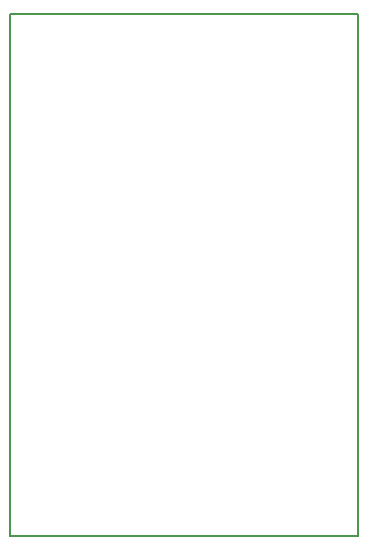
<source format=gm1>
G04 #@! TF.GenerationSoftware,KiCad,Pcbnew,5.1.10*
G04 #@! TF.CreationDate,2022-01-04T22:36:10-05:00*
G04 #@! TF.ProjectId,logger,6c6f6767-6572-42e6-9b69-6361645f7063,rev?*
G04 #@! TF.SameCoordinates,Original*
G04 #@! TF.FileFunction,Profile,NP*
%FSLAX46Y46*%
G04 Gerber Fmt 4.6, Leading zero omitted, Abs format (unit mm)*
G04 Created by KiCad (PCBNEW 5.1.10) date 2022-01-04 22:36:10*
%MOMM*%
%LPD*%
G01*
G04 APERTURE LIST*
G04 #@! TA.AperFunction,Profile*
%ADD10C,0.150000*%
G04 #@! TD*
G04 APERTURE END LIST*
D10*
X123952000Y-107696000D02*
X123952000Y-63500000D01*
X153416000Y-107696000D02*
X123952000Y-107696000D01*
X153416000Y-63500000D02*
X153416000Y-107696000D01*
X123952000Y-63500000D02*
X153416000Y-63500000D01*
M02*

</source>
